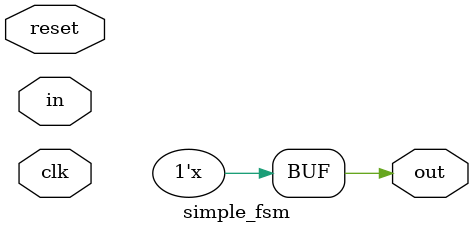
<source format=v>
module simple_fsm(clk, reset, in, out);
input clk;
input reset;
input in;
output out;
wire out;
reg present_state, next_state;
// In state 0, if in=1, stay in state 0. In state 0, if in=0, go to state 1
// In state 1, if in=1, stay in state 1. In state 1, if in=0, go to state 0
// out=1 in state 0 and out=0 in state 1
assign out = present_state[1];
always @(posedge clk) 
	if(reset) // if state 0 in the current state, go to state 1
	begin
	next_state = present_state ^ present_state;
	present_state = next_state; // equal to present_state = next_state
	end
	else if (present_state[1] == 0 & in == 1) // stay in state 1
	begin
	next_state = present_state ^ present_state;
	present_state = next_state;
	end
	else if (present_state[1] == 1 & in == 0) // stay in state 1
	begin
	next_state = present_state ^ present_state;
	present_state = next_state;
	end
	// else, stay in state 1
endmodule

</source>
